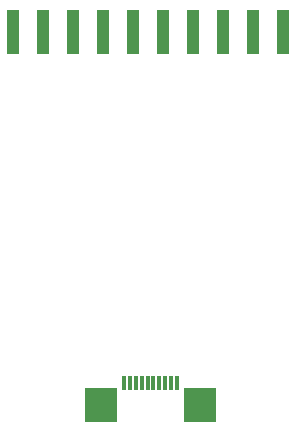
<source format=gbp>
G04*
G04 #@! TF.GenerationSoftware,Altium Limited,Altium Designer,24.6.1 (21)*
G04*
G04 Layer_Color=128*
%FSLAX44Y44*%
%MOMM*%
G71*
G04*
G04 #@! TF.SameCoordinates,8DCAB7A9-A94A-4F5B-9992-067C88242E54*
G04*
G04*
G04 #@! TF.FilePolarity,Positive*
G04*
G01*
G75*
%ADD19R,1.0000X3.7000*%
%ADD42R,2.7000X3.0000*%
%ADD43R,0.3000X1.2000*%
D19*
X50546Y359316D02*
D03*
X75946D02*
D03*
X101346D02*
D03*
X126746D02*
D03*
X152146D02*
D03*
X177546D02*
D03*
X202946D02*
D03*
X228346D02*
D03*
X253746D02*
D03*
X279146D02*
D03*
D42*
X125222Y43180D02*
D03*
X208822D02*
D03*
D43*
X169522Y61780D02*
D03*
X174522D02*
D03*
X179522D02*
D03*
X184522D02*
D03*
X189522D02*
D03*
X164522D02*
D03*
X159522D02*
D03*
X154522D02*
D03*
X149522D02*
D03*
X144522D02*
D03*
M02*

</source>
